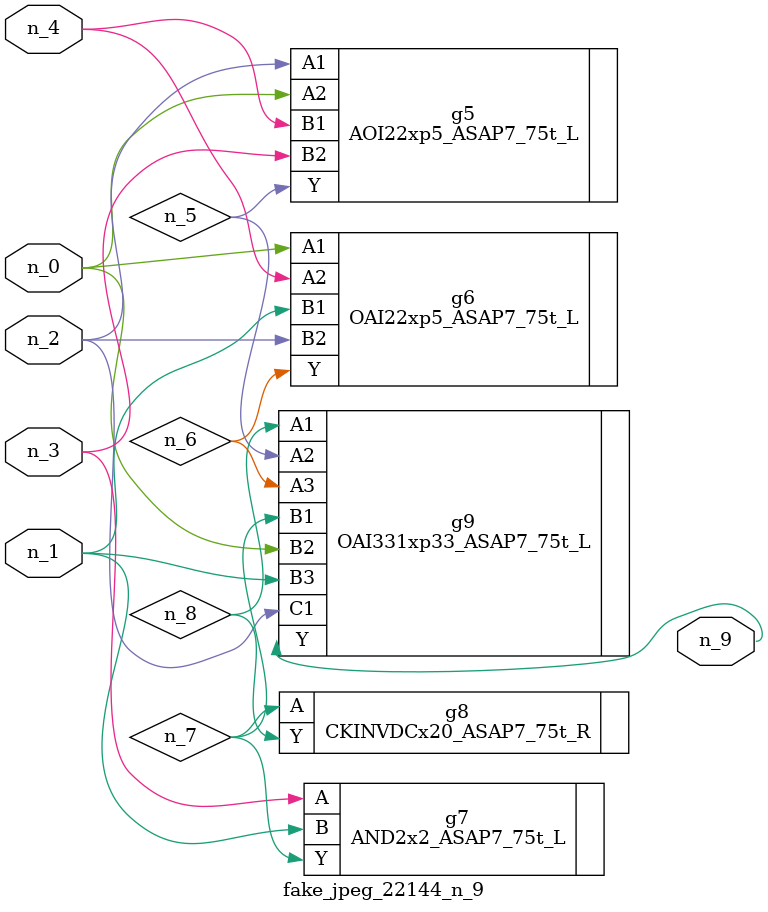
<source format=v>
module fake_jpeg_22144_n_9 (n_3, n_2, n_1, n_0, n_4, n_9);

input n_3;
input n_2;
input n_1;
input n_0;
input n_4;

output n_9;

wire n_8;
wire n_6;
wire n_5;
wire n_7;

AOI22xp5_ASAP7_75t_L g5 ( 
.A1(n_2),
.A2(n_0),
.B1(n_4),
.B2(n_3),
.Y(n_5)
);

OAI22xp5_ASAP7_75t_L g6 ( 
.A1(n_0),
.A2(n_4),
.B1(n_1),
.B2(n_2),
.Y(n_6)
);

AND2x2_ASAP7_75t_L g7 ( 
.A(n_3),
.B(n_1),
.Y(n_7)
);

CKINVDCx20_ASAP7_75t_R g8 ( 
.A(n_7),
.Y(n_8)
);

OAI331xp33_ASAP7_75t_L g9 ( 
.A1(n_8),
.A2(n_5),
.A3(n_6),
.B1(n_7),
.B2(n_0),
.B3(n_1),
.C1(n_2),
.Y(n_9)
);


endmodule
</source>
